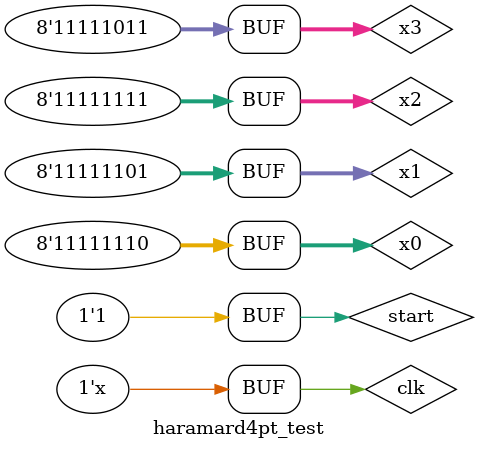
<source format=v>
`timescale 1ns / 1ps


module haramard4pt_test;

	// Inputs
	reg clk;
	reg start;
	reg signed [7:0] x0;
	reg signed [7:0] x1;
	reg signed [7:0] x2;
	reg signed [7:0] x3;

	// Outputs
	wire signed [9:0] y0;
	wire signed [9:0] y1;
	wire signed [9:0] y2;
	wire signed [9:0] y3;

	// Instantiate the Unit Under Test (UUT)
	hadamard4pt uut (
		.clk(clk), 
		.start(start),
		.x0(x0), 
		.x1(x1), 
		.x2(x2), 
		.x3(x3), 
		.y0(y0), 
		.y1(y1), 
		.y2(y2), 
		.y3(y3)
	);

	initial 
	begin
		$monitor("time =%d, X0= %d, X1=%d , X2=%d , X3=%d\n Y0= %d, Y1=%d , Y2=%d , Y3=%d",$time,x0,x1,x2,x3,y0,y1,y2,y3);
	end
	initial begin
		// Initialize Inputs
		clk = 0;
		start =1;
		x0 = 3;
		x1 = 4;
		x2 = -2;
		x3 = 1;
		
		#100
	
		
		x0 = 5;
		x1 = -3;
		x2 = 1;
		x3 = 0;
		
		#100
		
		x0 = -1;
		x1 = 6;
		x2 = 2;
		x3 = 4;
		

		#100
		
		x0 = -2;
		x1 =-3;
		x2 = -1;
		x3 = -5;
		
		// Wait 100 ns for global reset to finish
		#100;
        
		// Add stimulus here

	end
	
	always #10 clk = ~clk;
      
endmodule


</source>
